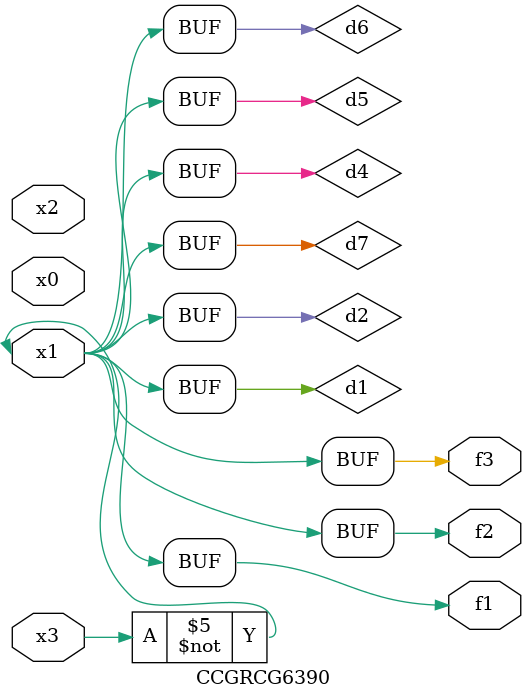
<source format=v>
module CCGRCG6390(
	input x0, x1, x2, x3,
	output f1, f2, f3
);

	wire d1, d2, d3, d4, d5, d6, d7;

	not (d1, x3);
	buf (d2, x1);
	xnor (d3, d1, d2);
	nor (d4, d1);
	buf (d5, d1, d2);
	buf (d6, d4, d5);
	nand (d7, d4);
	assign f1 = d6;
	assign f2 = d7;
	assign f3 = d6;
endmodule

</source>
